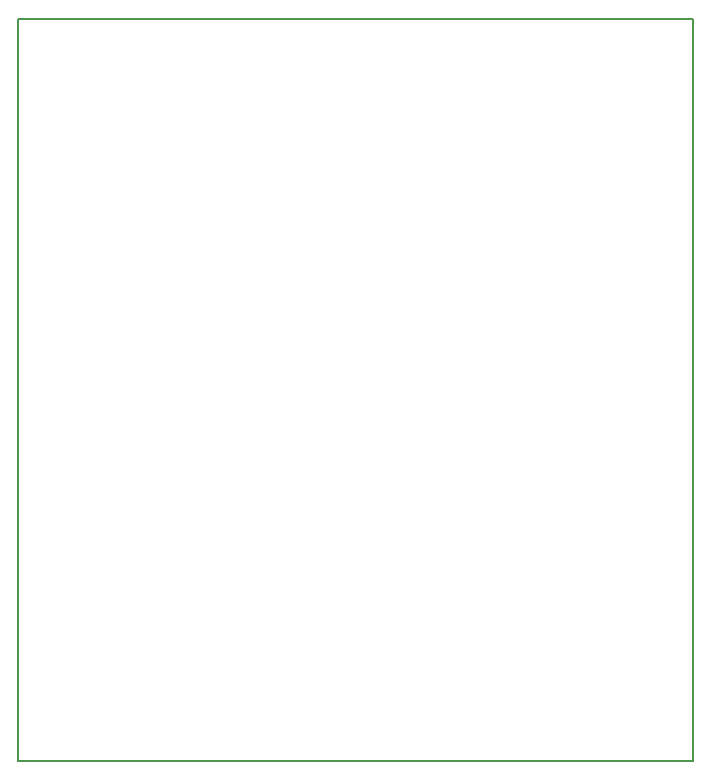
<source format=gbr>
G04 #@! TF.GenerationSoftware,KiCad,Pcbnew,(5.0.1)-3*
G04 #@! TF.CreationDate,2021-02-08T17:12:00-05:00*
G04 #@! TF.ProjectId,fpga_esc,667067615F6573632E6B696361645F70,rev?*
G04 #@! TF.SameCoordinates,Original*
G04 #@! TF.FileFunction,Profile,NP*
%FSLAX46Y46*%
G04 Gerber Fmt 4.6, Leading zero omitted, Abs format (unit mm)*
G04 Created by KiCad (PCBNEW (5.0.1)-3) date 2021-02-08 5:12:00 PM*
%MOMM*%
%LPD*%
G01*
G04 APERTURE LIST*
%ADD10C,0.150000*%
G04 APERTURE END LIST*
D10*
X107950000Y-38100000D02*
X165100000Y-38100000D01*
X165100000Y-100965000D02*
X165100000Y-38100000D01*
X107950000Y-100965000D02*
X165100000Y-100965000D01*
X107950000Y-38100000D02*
X107950000Y-100965000D01*
M02*

</source>
